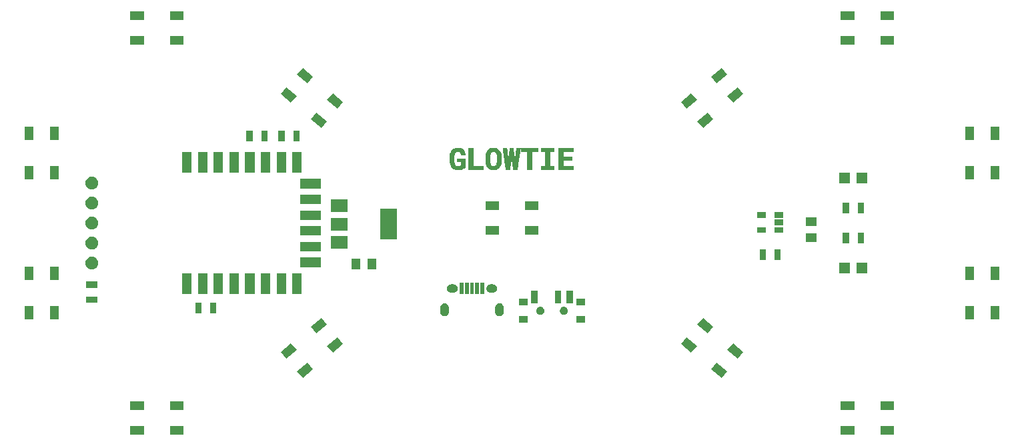
<source format=gts>
G04 #@! TF.GenerationSoftware,KiCad,Pcbnew,(5.0.2-5-10.14)*
G04 #@! TF.CreationDate,2019-03-11T19:31:18-04:00*
G04 #@! TF.ProjectId,glowtie,676c6f77-7469-4652-9e6b-696361645f70,rev?*
G04 #@! TF.SameCoordinates,Original*
G04 #@! TF.FileFunction,Soldermask,Top*
G04 #@! TF.FilePolarity,Negative*
%FSLAX46Y46*%
G04 Gerber Fmt 4.6, Leading zero omitted, Abs format (unit mm)*
G04 Created by KiCad (PCBNEW (5.0.2-5-10.14)) date Monday, March 11, 2019 at 07:31:18 PM*
%MOMM*%
%LPD*%
G01*
G04 APERTURE LIST*
%ADD10C,0.010000*%
%ADD11C,0.100000*%
G04 APERTURE END LIST*
D10*
G04 #@! TO.C,G\002A\002A\002A*
G36*
X83930066Y-32173333D02*
X82634666Y-32173333D01*
X82634666Y-32850667D01*
X83743800Y-32850667D01*
X83743800Y-33274000D01*
X82634666Y-33274000D01*
X82634666Y-34027534D01*
X83930066Y-34027534D01*
X83930066Y-34459334D01*
X82101266Y-34459334D01*
X82101266Y-31741533D01*
X83930066Y-31741533D01*
X83930066Y-32173333D01*
X83930066Y-32173333D01*
G37*
X83930066Y-32173333D02*
X82634666Y-32173333D01*
X82634666Y-32850667D01*
X83743800Y-32850667D01*
X83743800Y-33274000D01*
X82634666Y-33274000D01*
X82634666Y-34027534D01*
X83930066Y-34027534D01*
X83930066Y-34459334D01*
X82101266Y-34459334D01*
X82101266Y-31741533D01*
X83930066Y-31741533D01*
X83930066Y-32173333D01*
G36*
X81474733Y-32173333D02*
X80949800Y-32173333D01*
X80949800Y-34027534D01*
X81474733Y-34027534D01*
X81474733Y-34459334D01*
X79899933Y-34459334D01*
X79899933Y-34027534D01*
X80416400Y-34027534D01*
X80416400Y-32173333D01*
X79899933Y-32173333D01*
X79899933Y-31741533D01*
X81474733Y-31741533D01*
X81474733Y-32173333D01*
X81474733Y-32173333D01*
G37*
X81474733Y-32173333D02*
X80949800Y-32173333D01*
X80949800Y-34027534D01*
X81474733Y-34027534D01*
X81474733Y-34459334D01*
X79899933Y-34459334D01*
X79899933Y-34027534D01*
X80416400Y-34027534D01*
X80416400Y-32173333D01*
X79899933Y-32173333D01*
X79899933Y-31741533D01*
X81474733Y-31741533D01*
X81474733Y-32173333D01*
G36*
X79493533Y-32173333D02*
X78663800Y-32173333D01*
X78663800Y-34459334D01*
X78130400Y-34459334D01*
X78130400Y-32173333D01*
X77300666Y-32173333D01*
X77300666Y-31741533D01*
X79493533Y-31741533D01*
X79493533Y-32173333D01*
X79493533Y-32173333D01*
G37*
X79493533Y-32173333D02*
X78663800Y-32173333D01*
X78663800Y-34459334D01*
X78130400Y-34459334D01*
X78130400Y-32173333D01*
X77300666Y-32173333D01*
X77300666Y-31741533D01*
X79493533Y-31741533D01*
X79493533Y-32173333D01*
G36*
X75334078Y-31741690D02*
X75392866Y-31742203D01*
X75437635Y-31743133D01*
X75469842Y-31744544D01*
X75490943Y-31746499D01*
X75502395Y-31749060D01*
X75505662Y-31752117D01*
X75506627Y-31763278D01*
X75509448Y-31789671D01*
X75513951Y-31829845D01*
X75519962Y-31882347D01*
X75527308Y-31945725D01*
X75535814Y-32018526D01*
X75545307Y-32099299D01*
X75555614Y-32186592D01*
X75566560Y-32278951D01*
X75577973Y-32374925D01*
X75589677Y-32473062D01*
X75601500Y-32571909D01*
X75613268Y-32670015D01*
X75624807Y-32765926D01*
X75635943Y-32858192D01*
X75646502Y-32945358D01*
X75656312Y-33025975D01*
X75665198Y-33098588D01*
X75672986Y-33161747D01*
X75679504Y-33213998D01*
X75684576Y-33253890D01*
X75688030Y-33279970D01*
X75689691Y-33290786D01*
X75689735Y-33290933D01*
X75691596Y-33284609D01*
X75695672Y-33262659D01*
X75701788Y-33226223D01*
X75709771Y-33176440D01*
X75719446Y-33114449D01*
X75730640Y-33041389D01*
X75743177Y-32958398D01*
X75756884Y-32866615D01*
X75771587Y-32767180D01*
X75787112Y-32661231D01*
X75803283Y-32549907D01*
X75806926Y-32524700D01*
X75823206Y-32411968D01*
X75838791Y-32304085D01*
X75853514Y-32202219D01*
X75867204Y-32107538D01*
X75879693Y-32021209D01*
X75890811Y-31944401D01*
X75900390Y-31878281D01*
X75908260Y-31824017D01*
X75914253Y-31782777D01*
X75918199Y-31755729D01*
X75919930Y-31744041D01*
X75919995Y-31743650D01*
X75928242Y-31743040D01*
X75951016Y-31742499D01*
X75985910Y-31742053D01*
X76030518Y-31741730D01*
X76082432Y-31741556D01*
X76110041Y-31741533D01*
X76299483Y-31741533D01*
X76303907Y-31764817D01*
X76305779Y-31776476D01*
X76309950Y-31803657D01*
X76316234Y-31845134D01*
X76324448Y-31899679D01*
X76334408Y-31966064D01*
X76345931Y-32043062D01*
X76358834Y-32129444D01*
X76372931Y-32223984D01*
X76388040Y-32325454D01*
X76403976Y-32432625D01*
X76420557Y-32544272D01*
X76420794Y-32545867D01*
X76437349Y-32657113D01*
X76453279Y-32763574D01*
X76468400Y-32864058D01*
X76482530Y-32957373D01*
X76495485Y-33042327D01*
X76507081Y-33117729D01*
X76517136Y-33182386D01*
X76525465Y-33235107D01*
X76531886Y-33274699D01*
X76536215Y-33299972D01*
X76538269Y-33309733D01*
X76538303Y-33309785D01*
X76540025Y-33302487D01*
X76543591Y-33279542D01*
X76548850Y-33242118D01*
X76555654Y-33191383D01*
X76563854Y-33128506D01*
X76573299Y-33054654D01*
X76583841Y-32970996D01*
X76595330Y-32878700D01*
X76607617Y-32778935D01*
X76620553Y-32672869D01*
X76633989Y-32561670D01*
X76635149Y-32552018D01*
X76648668Y-32439656D01*
X76661679Y-32331769D01*
X76674034Y-32229586D01*
X76685581Y-32134336D01*
X76696171Y-32047249D01*
X76705654Y-31969553D01*
X76713879Y-31902477D01*
X76720697Y-31847251D01*
X76725958Y-31805104D01*
X76729511Y-31777265D01*
X76731207Y-31764963D01*
X76731233Y-31764817D01*
X76735516Y-31741533D01*
X77222855Y-31741533D01*
X77218575Y-31773283D01*
X77216948Y-31785113D01*
X77213121Y-31812793D01*
X77207222Y-31855401D01*
X77199380Y-31912016D01*
X77189722Y-31981716D01*
X77178375Y-32063579D01*
X77165468Y-32156682D01*
X77151128Y-32260104D01*
X77135484Y-32372923D01*
X77118662Y-32494217D01*
X77100792Y-32623063D01*
X77082000Y-32758540D01*
X77062415Y-32899726D01*
X77042164Y-33045699D01*
X77030459Y-33130067D01*
X76846624Y-34455100D01*
X76365092Y-34459586D01*
X76243682Y-33699577D01*
X76225806Y-33587808D01*
X76208603Y-33480492D01*
X76192270Y-33378852D01*
X76177005Y-33284109D01*
X76163007Y-33197486D01*
X76150475Y-33120205D01*
X76139605Y-33053486D01*
X76130596Y-32998554D01*
X76123647Y-32956629D01*
X76118956Y-32928934D01*
X76116721Y-32916691D01*
X76116685Y-32916540D01*
X76114408Y-32920424D01*
X76109767Y-32940647D01*
X76102835Y-32976791D01*
X76093680Y-33028439D01*
X76082372Y-33095171D01*
X76068982Y-33176570D01*
X76053578Y-33272217D01*
X76036231Y-33381694D01*
X76017011Y-33504582D01*
X75997947Y-33627740D01*
X75980892Y-33738341D01*
X75964427Y-33844990D01*
X75948754Y-33946382D01*
X75934076Y-34041214D01*
X75920595Y-34128180D01*
X75908514Y-34205978D01*
X75898035Y-34273302D01*
X75889361Y-34328850D01*
X75882693Y-34371316D01*
X75878236Y-34399397D01*
X75876393Y-34410650D01*
X75867990Y-34459334D01*
X75627595Y-34459334D01*
X75565764Y-34459168D01*
X75509823Y-34458700D01*
X75461900Y-34457972D01*
X75424121Y-34457030D01*
X75398614Y-34455915D01*
X75387507Y-34454671D01*
X75387200Y-34454423D01*
X75386070Y-34445435D01*
X75382780Y-34420759D01*
X75377480Y-34381484D01*
X75370319Y-34328695D01*
X75361445Y-34263480D01*
X75351008Y-34186928D01*
X75339158Y-34100125D01*
X75326043Y-34004158D01*
X75311813Y-33900116D01*
X75296617Y-33789085D01*
X75280604Y-33672152D01*
X75263924Y-33550407D01*
X75246725Y-33424934D01*
X75229157Y-33296823D01*
X75211370Y-33167161D01*
X75193511Y-33037034D01*
X75175731Y-32907531D01*
X75158179Y-32779738D01*
X75141004Y-32654743D01*
X75124355Y-32533634D01*
X75108382Y-32417498D01*
X75093233Y-32307423D01*
X75079058Y-32204495D01*
X75066006Y-32109802D01*
X75054227Y-32024431D01*
X75043869Y-31949471D01*
X75035082Y-31886008D01*
X75028016Y-31835129D01*
X75022818Y-31797923D01*
X75019639Y-31775476D01*
X75018681Y-31769050D01*
X75013899Y-31741533D01*
X75259816Y-31741533D01*
X75334078Y-31741690D01*
X75334078Y-31741690D01*
G37*
X75334078Y-31741690D02*
X75392866Y-31742203D01*
X75437635Y-31743133D01*
X75469842Y-31744544D01*
X75490943Y-31746499D01*
X75502395Y-31749060D01*
X75505662Y-31752117D01*
X75506627Y-31763278D01*
X75509448Y-31789671D01*
X75513951Y-31829845D01*
X75519962Y-31882347D01*
X75527308Y-31945725D01*
X75535814Y-32018526D01*
X75545307Y-32099299D01*
X75555614Y-32186592D01*
X75566560Y-32278951D01*
X75577973Y-32374925D01*
X75589677Y-32473062D01*
X75601500Y-32571909D01*
X75613268Y-32670015D01*
X75624807Y-32765926D01*
X75635943Y-32858192D01*
X75646502Y-32945358D01*
X75656312Y-33025975D01*
X75665198Y-33098588D01*
X75672986Y-33161747D01*
X75679504Y-33213998D01*
X75684576Y-33253890D01*
X75688030Y-33279970D01*
X75689691Y-33290786D01*
X75689735Y-33290933D01*
X75691596Y-33284609D01*
X75695672Y-33262659D01*
X75701788Y-33226223D01*
X75709771Y-33176440D01*
X75719446Y-33114449D01*
X75730640Y-33041389D01*
X75743177Y-32958398D01*
X75756884Y-32866615D01*
X75771587Y-32767180D01*
X75787112Y-32661231D01*
X75803283Y-32549907D01*
X75806926Y-32524700D01*
X75823206Y-32411968D01*
X75838791Y-32304085D01*
X75853514Y-32202219D01*
X75867204Y-32107538D01*
X75879693Y-32021209D01*
X75890811Y-31944401D01*
X75900390Y-31878281D01*
X75908260Y-31824017D01*
X75914253Y-31782777D01*
X75918199Y-31755729D01*
X75919930Y-31744041D01*
X75919995Y-31743650D01*
X75928242Y-31743040D01*
X75951016Y-31742499D01*
X75985910Y-31742053D01*
X76030518Y-31741730D01*
X76082432Y-31741556D01*
X76110041Y-31741533D01*
X76299483Y-31741533D01*
X76303907Y-31764817D01*
X76305779Y-31776476D01*
X76309950Y-31803657D01*
X76316234Y-31845134D01*
X76324448Y-31899679D01*
X76334408Y-31966064D01*
X76345931Y-32043062D01*
X76358834Y-32129444D01*
X76372931Y-32223984D01*
X76388040Y-32325454D01*
X76403976Y-32432625D01*
X76420557Y-32544272D01*
X76420794Y-32545867D01*
X76437349Y-32657113D01*
X76453279Y-32763574D01*
X76468400Y-32864058D01*
X76482530Y-32957373D01*
X76495485Y-33042327D01*
X76507081Y-33117729D01*
X76517136Y-33182386D01*
X76525465Y-33235107D01*
X76531886Y-33274699D01*
X76536215Y-33299972D01*
X76538269Y-33309733D01*
X76538303Y-33309785D01*
X76540025Y-33302487D01*
X76543591Y-33279542D01*
X76548850Y-33242118D01*
X76555654Y-33191383D01*
X76563854Y-33128506D01*
X76573299Y-33054654D01*
X76583841Y-32970996D01*
X76595330Y-32878700D01*
X76607617Y-32778935D01*
X76620553Y-32672869D01*
X76633989Y-32561670D01*
X76635149Y-32552018D01*
X76648668Y-32439656D01*
X76661679Y-32331769D01*
X76674034Y-32229586D01*
X76685581Y-32134336D01*
X76696171Y-32047249D01*
X76705654Y-31969553D01*
X76713879Y-31902477D01*
X76720697Y-31847251D01*
X76725958Y-31805104D01*
X76729511Y-31777265D01*
X76731207Y-31764963D01*
X76731233Y-31764817D01*
X76735516Y-31741533D01*
X77222855Y-31741533D01*
X77218575Y-31773283D01*
X77216948Y-31785113D01*
X77213121Y-31812793D01*
X77207222Y-31855401D01*
X77199380Y-31912016D01*
X77189722Y-31981716D01*
X77178375Y-32063579D01*
X77165468Y-32156682D01*
X77151128Y-32260104D01*
X77135484Y-32372923D01*
X77118662Y-32494217D01*
X77100792Y-32623063D01*
X77082000Y-32758540D01*
X77062415Y-32899726D01*
X77042164Y-33045699D01*
X77030459Y-33130067D01*
X76846624Y-34455100D01*
X76365092Y-34459586D01*
X76243682Y-33699577D01*
X76225806Y-33587808D01*
X76208603Y-33480492D01*
X76192270Y-33378852D01*
X76177005Y-33284109D01*
X76163007Y-33197486D01*
X76150475Y-33120205D01*
X76139605Y-33053486D01*
X76130596Y-32998554D01*
X76123647Y-32956629D01*
X76118956Y-32928934D01*
X76116721Y-32916691D01*
X76116685Y-32916540D01*
X76114408Y-32920424D01*
X76109767Y-32940647D01*
X76102835Y-32976791D01*
X76093680Y-33028439D01*
X76082372Y-33095171D01*
X76068982Y-33176570D01*
X76053578Y-33272217D01*
X76036231Y-33381694D01*
X76017011Y-33504582D01*
X75997947Y-33627740D01*
X75980892Y-33738341D01*
X75964427Y-33844990D01*
X75948754Y-33946382D01*
X75934076Y-34041214D01*
X75920595Y-34128180D01*
X75908514Y-34205978D01*
X75898035Y-34273302D01*
X75889361Y-34328850D01*
X75882693Y-34371316D01*
X75878236Y-34399397D01*
X75876393Y-34410650D01*
X75867990Y-34459334D01*
X75627595Y-34459334D01*
X75565764Y-34459168D01*
X75509823Y-34458700D01*
X75461900Y-34457972D01*
X75424121Y-34457030D01*
X75398614Y-34455915D01*
X75387507Y-34454671D01*
X75387200Y-34454423D01*
X75386070Y-34445435D01*
X75382780Y-34420759D01*
X75377480Y-34381484D01*
X75370319Y-34328695D01*
X75361445Y-34263480D01*
X75351008Y-34186928D01*
X75339158Y-34100125D01*
X75326043Y-34004158D01*
X75311813Y-33900116D01*
X75296617Y-33789085D01*
X75280604Y-33672152D01*
X75263924Y-33550407D01*
X75246725Y-33424934D01*
X75229157Y-33296823D01*
X75211370Y-33167161D01*
X75193511Y-33037034D01*
X75175731Y-32907531D01*
X75158179Y-32779738D01*
X75141004Y-32654743D01*
X75124355Y-32533634D01*
X75108382Y-32417498D01*
X75093233Y-32307423D01*
X75079058Y-32204495D01*
X75066006Y-32109802D01*
X75054227Y-32024431D01*
X75043869Y-31949471D01*
X75035082Y-31886008D01*
X75028016Y-31835129D01*
X75022818Y-31797923D01*
X75019639Y-31775476D01*
X75018681Y-31769050D01*
X75013899Y-31741533D01*
X75259816Y-31741533D01*
X75334078Y-31741690D01*
G36*
X71204666Y-34027534D02*
X72474666Y-34027534D01*
X72474666Y-34459334D01*
X70671266Y-34459334D01*
X70671266Y-31741533D01*
X71204666Y-31741533D01*
X71204666Y-34027534D01*
X71204666Y-34027534D01*
G37*
X71204666Y-34027534D02*
X72474666Y-34027534D01*
X72474666Y-34459334D01*
X70671266Y-34459334D01*
X70671266Y-31741533D01*
X71204666Y-31741533D01*
X71204666Y-34027534D01*
G36*
X73816633Y-31712420D02*
X73877575Y-31712741D01*
X73924869Y-31713494D01*
X73961800Y-31714966D01*
X73991654Y-31717443D01*
X74017715Y-31721212D01*
X74043269Y-31726560D01*
X74071599Y-31733774D01*
X74076609Y-31735120D01*
X74196739Y-31775881D01*
X74307497Y-31830622D01*
X74408575Y-31899021D01*
X74499666Y-31980753D01*
X74580461Y-32075496D01*
X74650652Y-32182928D01*
X74709931Y-32302724D01*
X74757991Y-32434561D01*
X74764682Y-32456967D01*
X74775709Y-32495556D01*
X74785022Y-32530228D01*
X74792767Y-32562815D01*
X74799087Y-32595151D01*
X74804127Y-32629070D01*
X74808031Y-32666407D01*
X74810944Y-32708993D01*
X74813010Y-32758663D01*
X74814373Y-32817252D01*
X74815179Y-32886591D01*
X74815571Y-32968516D01*
X74815693Y-33064859D01*
X74815699Y-33104667D01*
X74815672Y-33200245D01*
X74815547Y-33280616D01*
X74815259Y-33347505D01*
X74814743Y-33402638D01*
X74813935Y-33447741D01*
X74812770Y-33484540D01*
X74811182Y-33514761D01*
X74809108Y-33540130D01*
X74806483Y-33562371D01*
X74803241Y-33583212D01*
X74799318Y-33604378D01*
X74796385Y-33619063D01*
X74760145Y-33763854D01*
X74712666Y-33896211D01*
X74654009Y-34016045D01*
X74584238Y-34123268D01*
X74503412Y-34217789D01*
X74411595Y-34299521D01*
X74308847Y-34368374D01*
X74256899Y-34396210D01*
X74190219Y-34427252D01*
X74128615Y-34450802D01*
X74067769Y-34467835D01*
X74003359Y-34479324D01*
X73931065Y-34486241D01*
X73846568Y-34489559D01*
X73842033Y-34489646D01*
X73757921Y-34490064D01*
X73690077Y-34487891D01*
X73638029Y-34483109D01*
X73624620Y-34481022D01*
X73506673Y-34451994D01*
X73396124Y-34408050D01*
X73293600Y-34349795D01*
X73199728Y-34277834D01*
X73115136Y-34192772D01*
X73040452Y-34095215D01*
X72976304Y-33985767D01*
X72923320Y-33865033D01*
X72893954Y-33776684D01*
X72880603Y-33729728D01*
X72869475Y-33686714D01*
X72860342Y-33645422D01*
X72852979Y-33603632D01*
X72847158Y-33559124D01*
X72842653Y-33509678D01*
X72839238Y-33453075D01*
X72836686Y-33387095D01*
X72834769Y-33309517D01*
X72833263Y-33218122D01*
X72832719Y-33176807D01*
X72832021Y-33100433D01*
X73372133Y-33100433D01*
X73372389Y-33207029D01*
X73373246Y-33298584D01*
X73374837Y-33376984D01*
X73377295Y-33444115D01*
X73380754Y-33501863D01*
X73385347Y-33552115D01*
X73391207Y-33596756D01*
X73398467Y-33637672D01*
X73407260Y-33676749D01*
X73414891Y-33705800D01*
X73446386Y-33796357D01*
X73487030Y-33874463D01*
X73536193Y-33939462D01*
X73593245Y-33990701D01*
X73657557Y-34027526D01*
X73728499Y-34049284D01*
X73748646Y-34052482D01*
X73816445Y-34056038D01*
X73885848Y-34050661D01*
X73926558Y-34042763D01*
X73996796Y-34016530D01*
X74060181Y-33975084D01*
X74116465Y-33918805D01*
X74165395Y-33848073D01*
X74206721Y-33763270D01*
X74240193Y-33664776D01*
X74265560Y-33552970D01*
X74271145Y-33519534D01*
X74274325Y-33492226D01*
X74276920Y-33454492D01*
X74278959Y-33405219D01*
X74280468Y-33343298D01*
X74281478Y-33267614D01*
X74282016Y-33177058D01*
X74282123Y-33087733D01*
X74281917Y-32988309D01*
X74281296Y-32903845D01*
X74280097Y-32832371D01*
X74278157Y-32771915D01*
X74275313Y-32720508D01*
X74271402Y-32676177D01*
X74266261Y-32636953D01*
X74259727Y-32600864D01*
X74251637Y-32565940D01*
X74241828Y-32530209D01*
X74233812Y-32503533D01*
X74199674Y-32413914D01*
X74156361Y-32335664D01*
X74104780Y-32269883D01*
X74045840Y-32217670D01*
X73980448Y-32180124D01*
X73960136Y-32172039D01*
X73909401Y-32158762D01*
X73850075Y-32150942D01*
X73789421Y-32149056D01*
X73734701Y-32153579D01*
X73720349Y-32156296D01*
X73647568Y-32180848D01*
X73582666Y-32220171D01*
X73526006Y-32273861D01*
X73477953Y-32341515D01*
X73438869Y-32422730D01*
X73414891Y-32495067D01*
X73404868Y-32534000D01*
X73396478Y-32573367D01*
X73389587Y-32615053D01*
X73384063Y-32660943D01*
X73379771Y-32712925D01*
X73376580Y-32772884D01*
X73374355Y-32842706D01*
X73372963Y-32924278D01*
X73372272Y-33019484D01*
X73372133Y-33100433D01*
X72832021Y-33100433D01*
X72831621Y-33056718D01*
X72831543Y-32953471D01*
X72832486Y-32867007D01*
X72834449Y-32797263D01*
X72837435Y-32744181D01*
X72838439Y-32732460D01*
X72859129Y-32581054D01*
X72891565Y-32440045D01*
X72935429Y-32309874D01*
X72990402Y-32190982D01*
X73056163Y-32083810D01*
X73132394Y-31988800D01*
X73218775Y-31906392D01*
X73314988Y-31837028D01*
X73420713Y-31781149D01*
X73535631Y-31739195D01*
X73562633Y-31731743D01*
X73590220Y-31724950D01*
X73615590Y-31719912D01*
X73641980Y-31716383D01*
X73672626Y-31714117D01*
X73710763Y-31712869D01*
X73759627Y-31712391D01*
X73816633Y-31712420D01*
X73816633Y-31712420D01*
G37*
X73816633Y-31712420D02*
X73877575Y-31712741D01*
X73924869Y-31713494D01*
X73961800Y-31714966D01*
X73991654Y-31717443D01*
X74017715Y-31721212D01*
X74043269Y-31726560D01*
X74071599Y-31733774D01*
X74076609Y-31735120D01*
X74196739Y-31775881D01*
X74307497Y-31830622D01*
X74408575Y-31899021D01*
X74499666Y-31980753D01*
X74580461Y-32075496D01*
X74650652Y-32182928D01*
X74709931Y-32302724D01*
X74757991Y-32434561D01*
X74764682Y-32456967D01*
X74775709Y-32495556D01*
X74785022Y-32530228D01*
X74792767Y-32562815D01*
X74799087Y-32595151D01*
X74804127Y-32629070D01*
X74808031Y-32666407D01*
X74810944Y-32708993D01*
X74813010Y-32758663D01*
X74814373Y-32817252D01*
X74815179Y-32886591D01*
X74815571Y-32968516D01*
X74815693Y-33064859D01*
X74815699Y-33104667D01*
X74815672Y-33200245D01*
X74815547Y-33280616D01*
X74815259Y-33347505D01*
X74814743Y-33402638D01*
X74813935Y-33447741D01*
X74812770Y-33484540D01*
X74811182Y-33514761D01*
X74809108Y-33540130D01*
X74806483Y-33562371D01*
X74803241Y-33583212D01*
X74799318Y-33604378D01*
X74796385Y-33619063D01*
X74760145Y-33763854D01*
X74712666Y-33896211D01*
X74654009Y-34016045D01*
X74584238Y-34123268D01*
X74503412Y-34217789D01*
X74411595Y-34299521D01*
X74308847Y-34368374D01*
X74256899Y-34396210D01*
X74190219Y-34427252D01*
X74128615Y-34450802D01*
X74067769Y-34467835D01*
X74003359Y-34479324D01*
X73931065Y-34486241D01*
X73846568Y-34489559D01*
X73842033Y-34489646D01*
X73757921Y-34490064D01*
X73690077Y-34487891D01*
X73638029Y-34483109D01*
X73624620Y-34481022D01*
X73506673Y-34451994D01*
X73396124Y-34408050D01*
X73293600Y-34349795D01*
X73199728Y-34277834D01*
X73115136Y-34192772D01*
X73040452Y-34095215D01*
X72976304Y-33985767D01*
X72923320Y-33865033D01*
X72893954Y-33776684D01*
X72880603Y-33729728D01*
X72869475Y-33686714D01*
X72860342Y-33645422D01*
X72852979Y-33603632D01*
X72847158Y-33559124D01*
X72842653Y-33509678D01*
X72839238Y-33453075D01*
X72836686Y-33387095D01*
X72834769Y-33309517D01*
X72833263Y-33218122D01*
X72832719Y-33176807D01*
X72832021Y-33100433D01*
X73372133Y-33100433D01*
X73372389Y-33207029D01*
X73373246Y-33298584D01*
X73374837Y-33376984D01*
X73377295Y-33444115D01*
X73380754Y-33501863D01*
X73385347Y-33552115D01*
X73391207Y-33596756D01*
X73398467Y-33637672D01*
X73407260Y-33676749D01*
X73414891Y-33705800D01*
X73446386Y-33796357D01*
X73487030Y-33874463D01*
X73536193Y-33939462D01*
X73593245Y-33990701D01*
X73657557Y-34027526D01*
X73728499Y-34049284D01*
X73748646Y-34052482D01*
X73816445Y-34056038D01*
X73885848Y-34050661D01*
X73926558Y-34042763D01*
X73996796Y-34016530D01*
X74060181Y-33975084D01*
X74116465Y-33918805D01*
X74165395Y-33848073D01*
X74206721Y-33763270D01*
X74240193Y-33664776D01*
X74265560Y-33552970D01*
X74271145Y-33519534D01*
X74274325Y-33492226D01*
X74276920Y-33454492D01*
X74278959Y-33405219D01*
X74280468Y-33343298D01*
X74281478Y-33267614D01*
X74282016Y-33177058D01*
X74282123Y-33087733D01*
X74281917Y-32988309D01*
X74281296Y-32903845D01*
X74280097Y-32832371D01*
X74278157Y-32771915D01*
X74275313Y-32720508D01*
X74271402Y-32676177D01*
X74266261Y-32636953D01*
X74259727Y-32600864D01*
X74251637Y-32565940D01*
X74241828Y-32530209D01*
X74233812Y-32503533D01*
X74199674Y-32413914D01*
X74156361Y-32335664D01*
X74104780Y-32269883D01*
X74045840Y-32217670D01*
X73980448Y-32180124D01*
X73960136Y-32172039D01*
X73909401Y-32158762D01*
X73850075Y-32150942D01*
X73789421Y-32149056D01*
X73734701Y-32153579D01*
X73720349Y-32156296D01*
X73647568Y-32180848D01*
X73582666Y-32220171D01*
X73526006Y-32273861D01*
X73477953Y-32341515D01*
X73438869Y-32422730D01*
X73414891Y-32495067D01*
X73404868Y-32534000D01*
X73396478Y-32573367D01*
X73389587Y-32615053D01*
X73384063Y-32660943D01*
X73379771Y-32712925D01*
X73376580Y-32772884D01*
X73374355Y-32842706D01*
X73372963Y-32924278D01*
X73372272Y-33019484D01*
X73372133Y-33100433D01*
X72832021Y-33100433D01*
X72831621Y-33056718D01*
X72831543Y-32953471D01*
X72832486Y-32867007D01*
X72834449Y-32797263D01*
X72837435Y-32744181D01*
X72838439Y-32732460D01*
X72859129Y-32581054D01*
X72891565Y-32440045D01*
X72935429Y-32309874D01*
X72990402Y-32190982D01*
X73056163Y-32083810D01*
X73132394Y-31988800D01*
X73218775Y-31906392D01*
X73314988Y-31837028D01*
X73420713Y-31781149D01*
X73535631Y-31739195D01*
X73562633Y-31731743D01*
X73590220Y-31724950D01*
X73615590Y-31719912D01*
X73641980Y-31716383D01*
X73672626Y-31714117D01*
X73710763Y-31712869D01*
X73759627Y-31712391D01*
X73816633Y-31712420D01*
G36*
X69398034Y-31711733D02*
X69507340Y-31724373D01*
X69607903Y-31746247D01*
X69702837Y-31778016D01*
X69786500Y-31815849D01*
X69832085Y-31840016D01*
X69868861Y-31862560D01*
X69902153Y-31887344D01*
X69937288Y-31918233D01*
X69967357Y-31947048D01*
X70036905Y-32026069D01*
X70095726Y-32116674D01*
X70144050Y-32219385D01*
X70182109Y-32334724D01*
X70210133Y-32463214D01*
X70218011Y-32514240D01*
X70223607Y-32554580D01*
X69703629Y-32550100D01*
X69689014Y-32478133D01*
X69664790Y-32389462D01*
X69630779Y-32314569D01*
X69586702Y-32253224D01*
X69532281Y-32205195D01*
X69467237Y-32170249D01*
X69391291Y-32148155D01*
X69304166Y-32138680D01*
X69280939Y-32138257D01*
X69209408Y-32143365D01*
X69146454Y-32159991D01*
X69088740Y-32189614D01*
X69032928Y-32233715D01*
X69006124Y-32260158D01*
X68961419Y-32313026D01*
X68923748Y-32371916D01*
X68890985Y-32440611D01*
X68864584Y-32512000D01*
X68851431Y-32553152D01*
X68840427Y-32592145D01*
X68831411Y-32630915D01*
X68824219Y-32671397D01*
X68818691Y-32715527D01*
X68814664Y-32765240D01*
X68811975Y-32822471D01*
X68810463Y-32889155D01*
X68809965Y-32967227D01*
X68810319Y-33058623D01*
X68811183Y-33149417D01*
X68812332Y-33243525D01*
X68813598Y-33322694D01*
X68815147Y-33388918D01*
X68817144Y-33444191D01*
X68819752Y-33490509D01*
X68823138Y-33529865D01*
X68827467Y-33564254D01*
X68832902Y-33595670D01*
X68839610Y-33626107D01*
X68847755Y-33657560D01*
X68855487Y-33685038D01*
X68890091Y-33781706D01*
X68934216Y-33864556D01*
X68987614Y-33933414D01*
X69050040Y-33988109D01*
X69121249Y-34028467D01*
X69200995Y-34054315D01*
X69289031Y-34065481D01*
X69385111Y-34061792D01*
X69390569Y-34061161D01*
X69465144Y-34049127D01*
X69533955Y-34031955D01*
X69594056Y-34010651D01*
X69642500Y-33986219D01*
X69670083Y-33965836D01*
X69675636Y-33960372D01*
X69679989Y-33954030D01*
X69683289Y-33944839D01*
X69685680Y-33930825D01*
X69687310Y-33910017D01*
X69688324Y-33880442D01*
X69688869Y-33840128D01*
X69689090Y-33787103D01*
X69689133Y-33719395D01*
X69689133Y-33468734D01*
X69240400Y-33468734D01*
X69240400Y-33062333D01*
X70222533Y-33062333D01*
X70222533Y-34146067D01*
X70189606Y-34178994D01*
X70105136Y-34252165D01*
X70006743Y-34317032D01*
X69895586Y-34372987D01*
X69772822Y-34419427D01*
X69677501Y-34446729D01*
X69627640Y-34458449D01*
X69575251Y-34469429D01*
X69526733Y-34478400D01*
X69490166Y-34483893D01*
X69439123Y-34488423D01*
X69378464Y-34491165D01*
X69312591Y-34492165D01*
X69245910Y-34491470D01*
X69182823Y-34489127D01*
X69127736Y-34485181D01*
X69085053Y-34479681D01*
X69084588Y-34479597D01*
X68960198Y-34449215D01*
X68845163Y-34404849D01*
X68739737Y-34346794D01*
X68644172Y-34275346D01*
X68558719Y-34190798D01*
X68483631Y-34093446D01*
X68419161Y-33983583D01*
X68365560Y-33861506D01*
X68323082Y-33727508D01*
X68291978Y-33581884D01*
X68286563Y-33547481D01*
X68281806Y-33504605D01*
X68277862Y-33447725D01*
X68274731Y-33379488D01*
X68272413Y-33302540D01*
X68270908Y-33219529D01*
X68270216Y-33133099D01*
X68270339Y-33045898D01*
X68271275Y-32960572D01*
X68273026Y-32879768D01*
X68275590Y-32806131D01*
X68278970Y-32742309D01*
X68283164Y-32690947D01*
X68286495Y-32664400D01*
X68316429Y-32514210D01*
X68357874Y-32375501D01*
X68410662Y-32248568D01*
X68474622Y-32133711D01*
X68549588Y-32031226D01*
X68635390Y-31941411D01*
X68731859Y-31864563D01*
X68744823Y-31855775D01*
X68836606Y-31801747D01*
X68931122Y-31760673D01*
X69031023Y-31731813D01*
X69138960Y-31714429D01*
X69257587Y-31707783D01*
X69276871Y-31707667D01*
X69398034Y-31711733D01*
X69398034Y-31711733D01*
G37*
X69398034Y-31711733D02*
X69507340Y-31724373D01*
X69607903Y-31746247D01*
X69702837Y-31778016D01*
X69786500Y-31815849D01*
X69832085Y-31840016D01*
X69868861Y-31862560D01*
X69902153Y-31887344D01*
X69937288Y-31918233D01*
X69967357Y-31947048D01*
X70036905Y-32026069D01*
X70095726Y-32116674D01*
X70144050Y-32219385D01*
X70182109Y-32334724D01*
X70210133Y-32463214D01*
X70218011Y-32514240D01*
X70223607Y-32554580D01*
X69703629Y-32550100D01*
X69689014Y-32478133D01*
X69664790Y-32389462D01*
X69630779Y-32314569D01*
X69586702Y-32253224D01*
X69532281Y-32205195D01*
X69467237Y-32170249D01*
X69391291Y-32148155D01*
X69304166Y-32138680D01*
X69280939Y-32138257D01*
X69209408Y-32143365D01*
X69146454Y-32159991D01*
X69088740Y-32189614D01*
X69032928Y-32233715D01*
X69006124Y-32260158D01*
X68961419Y-32313026D01*
X68923748Y-32371916D01*
X68890985Y-32440611D01*
X68864584Y-32512000D01*
X68851431Y-32553152D01*
X68840427Y-32592145D01*
X68831411Y-32630915D01*
X68824219Y-32671397D01*
X68818691Y-32715527D01*
X68814664Y-32765240D01*
X68811975Y-32822471D01*
X68810463Y-32889155D01*
X68809965Y-32967227D01*
X68810319Y-33058623D01*
X68811183Y-33149417D01*
X68812332Y-33243525D01*
X68813598Y-33322694D01*
X68815147Y-33388918D01*
X68817144Y-33444191D01*
X68819752Y-33490509D01*
X68823138Y-33529865D01*
X68827467Y-33564254D01*
X68832902Y-33595670D01*
X68839610Y-33626107D01*
X68847755Y-33657560D01*
X68855487Y-33685038D01*
X68890091Y-33781706D01*
X68934216Y-33864556D01*
X68987614Y-33933414D01*
X69050040Y-33988109D01*
X69121249Y-34028467D01*
X69200995Y-34054315D01*
X69289031Y-34065481D01*
X69385111Y-34061792D01*
X69390569Y-34061161D01*
X69465144Y-34049127D01*
X69533955Y-34031955D01*
X69594056Y-34010651D01*
X69642500Y-33986219D01*
X69670083Y-33965836D01*
X69675636Y-33960372D01*
X69679989Y-33954030D01*
X69683289Y-33944839D01*
X69685680Y-33930825D01*
X69687310Y-33910017D01*
X69688324Y-33880442D01*
X69688869Y-33840128D01*
X69689090Y-33787103D01*
X69689133Y-33719395D01*
X69689133Y-33468734D01*
X69240400Y-33468734D01*
X69240400Y-33062333D01*
X70222533Y-33062333D01*
X70222533Y-34146067D01*
X70189606Y-34178994D01*
X70105136Y-34252165D01*
X70006743Y-34317032D01*
X69895586Y-34372987D01*
X69772822Y-34419427D01*
X69677501Y-34446729D01*
X69627640Y-34458449D01*
X69575251Y-34469429D01*
X69526733Y-34478400D01*
X69490166Y-34483893D01*
X69439123Y-34488423D01*
X69378464Y-34491165D01*
X69312591Y-34492165D01*
X69245910Y-34491470D01*
X69182823Y-34489127D01*
X69127736Y-34485181D01*
X69085053Y-34479681D01*
X69084588Y-34479597D01*
X68960198Y-34449215D01*
X68845163Y-34404849D01*
X68739737Y-34346794D01*
X68644172Y-34275346D01*
X68558719Y-34190798D01*
X68483631Y-34093446D01*
X68419161Y-33983583D01*
X68365560Y-33861506D01*
X68323082Y-33727508D01*
X68291978Y-33581884D01*
X68286563Y-33547481D01*
X68281806Y-33504605D01*
X68277862Y-33447725D01*
X68274731Y-33379488D01*
X68272413Y-33302540D01*
X68270908Y-33219529D01*
X68270216Y-33133099D01*
X68270339Y-33045898D01*
X68271275Y-32960572D01*
X68273026Y-32879768D01*
X68275590Y-32806131D01*
X68278970Y-32742309D01*
X68283164Y-32690947D01*
X68286495Y-32664400D01*
X68316429Y-32514210D01*
X68357874Y-32375501D01*
X68410662Y-32248568D01*
X68474622Y-32133711D01*
X68549588Y-32031226D01*
X68635390Y-31941411D01*
X68731859Y-31864563D01*
X68744823Y-31855775D01*
X68836606Y-31801747D01*
X68931122Y-31760673D01*
X69031023Y-31731813D01*
X69138960Y-31714429D01*
X69257587Y-31707783D01*
X69276871Y-31707667D01*
X69398034Y-31711733D01*
D11*
G36*
X124635000Y-68190000D02*
X122935000Y-68190000D01*
X122935000Y-67090000D01*
X124635000Y-67090000D01*
X124635000Y-68190000D01*
X124635000Y-68190000D01*
G37*
G36*
X119635000Y-68190000D02*
X117935000Y-68190000D01*
X117935000Y-67090000D01*
X119635000Y-67090000D01*
X119635000Y-68190000D01*
X119635000Y-68190000D01*
G37*
G36*
X34465000Y-68190000D02*
X32765000Y-68190000D01*
X32765000Y-67090000D01*
X34465000Y-67090000D01*
X34465000Y-68190000D01*
X34465000Y-68190000D01*
G37*
G36*
X29465000Y-68190000D02*
X27765000Y-68190000D01*
X27765000Y-67090000D01*
X29465000Y-67090000D01*
X29465000Y-68190000D01*
X29465000Y-68190000D01*
G37*
G36*
X124635000Y-64990000D02*
X122935000Y-64990000D01*
X122935000Y-63890000D01*
X124635000Y-63890000D01*
X124635000Y-64990000D01*
X124635000Y-64990000D01*
G37*
G36*
X119635000Y-64990000D02*
X117935000Y-64990000D01*
X117935000Y-63890000D01*
X119635000Y-63890000D01*
X119635000Y-64990000D01*
X119635000Y-64990000D01*
G37*
G36*
X34465000Y-64990000D02*
X32765000Y-64990000D01*
X32765000Y-63890000D01*
X34465000Y-63890000D01*
X34465000Y-64990000D01*
X34465000Y-64990000D01*
G37*
G36*
X29465000Y-64990000D02*
X27765000Y-64990000D01*
X27765000Y-63890000D01*
X29465000Y-63890000D01*
X29465000Y-64990000D01*
X29465000Y-64990000D01*
G37*
G36*
X50918021Y-59857595D02*
X49615745Y-60950335D01*
X48908677Y-60107685D01*
X50210953Y-59014945D01*
X50918021Y-59857595D01*
X50918021Y-59857595D01*
G37*
G36*
X103491323Y-60107685D02*
X102784255Y-60950335D01*
X101481979Y-59857595D01*
X102189047Y-59014945D01*
X103491323Y-60107685D01*
X103491323Y-60107685D01*
G37*
G36*
X48861101Y-57406253D02*
X47558825Y-58498993D01*
X46851757Y-57656343D01*
X48154033Y-56563603D01*
X48861101Y-57406253D01*
X48861101Y-57406253D01*
G37*
G36*
X105548243Y-57656343D02*
X104841175Y-58498993D01*
X103538899Y-57406253D01*
X104245967Y-56563603D01*
X105548243Y-57656343D01*
X105548243Y-57656343D01*
G37*
G36*
X54748243Y-56643657D02*
X53445967Y-57736397D01*
X52738899Y-56893747D01*
X54041175Y-55801007D01*
X54748243Y-56643657D01*
X54748243Y-56643657D01*
G37*
G36*
X99661101Y-56893747D02*
X98954033Y-57736397D01*
X97651757Y-56643657D01*
X98358825Y-55801007D01*
X99661101Y-56893747D01*
X99661101Y-56893747D01*
G37*
G36*
X101718021Y-54442405D02*
X101010953Y-55285055D01*
X99708677Y-54192315D01*
X100415745Y-53349665D01*
X101718021Y-54442405D01*
X101718021Y-54442405D01*
G37*
G36*
X52691323Y-54192315D02*
X51389047Y-55285055D01*
X50681979Y-54442405D01*
X51984255Y-53349665D01*
X52691323Y-54192315D01*
X52691323Y-54192315D01*
G37*
G36*
X78180000Y-53950000D02*
X77080000Y-53950000D01*
X77080000Y-53050000D01*
X78180000Y-53050000D01*
X78180000Y-53950000D01*
X78180000Y-53950000D01*
G37*
G36*
X85480000Y-53950000D02*
X84380000Y-53950000D01*
X84380000Y-53050000D01*
X85480000Y-53050000D01*
X85480000Y-53950000D01*
X85480000Y-53950000D01*
G37*
G36*
X15460000Y-53515000D02*
X14360000Y-53515000D01*
X14360000Y-51815000D01*
X15460000Y-51815000D01*
X15460000Y-53515000D01*
X15460000Y-53515000D01*
G37*
G36*
X18660000Y-53515000D02*
X17560000Y-53515000D01*
X17560000Y-51815000D01*
X18660000Y-51815000D01*
X18660000Y-53515000D01*
X18660000Y-53515000D01*
G37*
G36*
X138040000Y-53515000D02*
X136940000Y-53515000D01*
X136940000Y-51815000D01*
X138040000Y-51815000D01*
X138040000Y-53515000D01*
X138040000Y-53515000D01*
G37*
G36*
X134840000Y-53515000D02*
X133740000Y-53515000D01*
X133740000Y-51815000D01*
X134840000Y-51815000D01*
X134840000Y-53515000D01*
X134840000Y-53515000D01*
G37*
G36*
X74727818Y-51459958D02*
X74831493Y-51491407D01*
X74927042Y-51542479D01*
X75010791Y-51611210D01*
X75079521Y-51694957D01*
X75130593Y-51790506D01*
X75162042Y-51894181D01*
X75170000Y-51974980D01*
X75170000Y-52579020D01*
X75162042Y-52659819D01*
X75130593Y-52763494D01*
X75079521Y-52859043D01*
X75010791Y-52942791D01*
X74927043Y-53011521D01*
X74831494Y-53062593D01*
X74727819Y-53094042D01*
X74620000Y-53104661D01*
X74512182Y-53094042D01*
X74408507Y-53062593D01*
X74312958Y-53011521D01*
X74229210Y-52942791D01*
X74160480Y-52859043D01*
X74109407Y-52763494D01*
X74077958Y-52659819D01*
X74070000Y-52579020D01*
X74070000Y-51974981D01*
X74077958Y-51894182D01*
X74109407Y-51790507D01*
X74160479Y-51694958D01*
X74229210Y-51611209D01*
X74312957Y-51542479D01*
X74408506Y-51491407D01*
X74512181Y-51459958D01*
X74620000Y-51449339D01*
X74727818Y-51459958D01*
X74727818Y-51459958D01*
G37*
G36*
X67727818Y-51459958D02*
X67831493Y-51491407D01*
X67927042Y-51542479D01*
X68010791Y-51611210D01*
X68079521Y-51694957D01*
X68130593Y-51790506D01*
X68162042Y-51894181D01*
X68170000Y-51974980D01*
X68170000Y-52579020D01*
X68162042Y-52659819D01*
X68130593Y-52763494D01*
X68079521Y-52859043D01*
X68010791Y-52942791D01*
X67927043Y-53011521D01*
X67831494Y-53062593D01*
X67727819Y-53094042D01*
X67620000Y-53104661D01*
X67512182Y-53094042D01*
X67408507Y-53062593D01*
X67312958Y-53011521D01*
X67229210Y-52942791D01*
X67160480Y-52859043D01*
X67109407Y-52763494D01*
X67077958Y-52659819D01*
X67070000Y-52579020D01*
X67070000Y-51974981D01*
X67077958Y-51894182D01*
X67109407Y-51790507D01*
X67160479Y-51694958D01*
X67229210Y-51611209D01*
X67312957Y-51542479D01*
X67408506Y-51491407D01*
X67512181Y-51459958D01*
X67620000Y-51449339D01*
X67727818Y-51459958D01*
X67727818Y-51459958D01*
G37*
G36*
X79925843Y-51919214D02*
X79925846Y-51919215D01*
X79925845Y-51919215D01*
X80016839Y-51956906D01*
X80071311Y-51993303D01*
X80098733Y-52011626D01*
X80168374Y-52081267D01*
X80168375Y-52081269D01*
X80223094Y-52163161D01*
X80223094Y-52163162D01*
X80260786Y-52254157D01*
X80280000Y-52350753D01*
X80280000Y-52449247D01*
X80260786Y-52545843D01*
X80260785Y-52545845D01*
X80223094Y-52636839D01*
X80207739Y-52659819D01*
X80168374Y-52718733D01*
X80098733Y-52788374D01*
X80071311Y-52806697D01*
X80016839Y-52843094D01*
X79952495Y-52869746D01*
X79925843Y-52880786D01*
X79829247Y-52900000D01*
X79730753Y-52900000D01*
X79634157Y-52880786D01*
X79607505Y-52869746D01*
X79543161Y-52843094D01*
X79488689Y-52806697D01*
X79461267Y-52788374D01*
X79391626Y-52718733D01*
X79352261Y-52659819D01*
X79336906Y-52636839D01*
X79299215Y-52545845D01*
X79299214Y-52545843D01*
X79280000Y-52449247D01*
X79280000Y-52350753D01*
X79299214Y-52254157D01*
X79336906Y-52163162D01*
X79336906Y-52163161D01*
X79391625Y-52081269D01*
X79391626Y-52081267D01*
X79461267Y-52011626D01*
X79488689Y-51993303D01*
X79543161Y-51956906D01*
X79634155Y-51919215D01*
X79634154Y-51919215D01*
X79634157Y-51919214D01*
X79730753Y-51900000D01*
X79829247Y-51900000D01*
X79925843Y-51919214D01*
X79925843Y-51919214D01*
G37*
G36*
X82925843Y-51919214D02*
X82925846Y-51919215D01*
X82925845Y-51919215D01*
X83016839Y-51956906D01*
X83071311Y-51993303D01*
X83098733Y-52011626D01*
X83168374Y-52081267D01*
X83168375Y-52081269D01*
X83223094Y-52163161D01*
X83223094Y-52163162D01*
X83260786Y-52254157D01*
X83280000Y-52350753D01*
X83280000Y-52449247D01*
X83260786Y-52545843D01*
X83260785Y-52545845D01*
X83223094Y-52636839D01*
X83207739Y-52659819D01*
X83168374Y-52718733D01*
X83098733Y-52788374D01*
X83071311Y-52806697D01*
X83016839Y-52843094D01*
X82952495Y-52869746D01*
X82925843Y-52880786D01*
X82829247Y-52900000D01*
X82730753Y-52900000D01*
X82634157Y-52880786D01*
X82607505Y-52869746D01*
X82543161Y-52843094D01*
X82488689Y-52806697D01*
X82461267Y-52788374D01*
X82391626Y-52718733D01*
X82352261Y-52659819D01*
X82336906Y-52636839D01*
X82299215Y-52545845D01*
X82299214Y-52545843D01*
X82280000Y-52449247D01*
X82280000Y-52350753D01*
X82299214Y-52254157D01*
X82336906Y-52163162D01*
X82336906Y-52163161D01*
X82391625Y-52081269D01*
X82391626Y-52081267D01*
X82461267Y-52011626D01*
X82488689Y-51993303D01*
X82543161Y-51956906D01*
X82634155Y-51919215D01*
X82634154Y-51919215D01*
X82634157Y-51919214D01*
X82730753Y-51900000D01*
X82829247Y-51900000D01*
X82925843Y-51919214D01*
X82925843Y-51919214D01*
G37*
G36*
X38688000Y-52770000D02*
X37888000Y-52770000D01*
X37888000Y-51370000D01*
X38688000Y-51370000D01*
X38688000Y-52770000D01*
X38688000Y-52770000D01*
G37*
G36*
X36788000Y-52770000D02*
X35988000Y-52770000D01*
X35988000Y-51370000D01*
X36788000Y-51370000D01*
X36788000Y-52770000D01*
X36788000Y-52770000D01*
G37*
G36*
X85480000Y-51740000D02*
X84380000Y-51740000D01*
X84380000Y-50840000D01*
X85480000Y-50840000D01*
X85480000Y-51740000D01*
X85480000Y-51740000D01*
G37*
G36*
X78180000Y-51740000D02*
X77080000Y-51740000D01*
X77080000Y-50840000D01*
X78180000Y-50840000D01*
X78180000Y-51740000D01*
X78180000Y-51740000D01*
G37*
G36*
X83930000Y-51440000D02*
X83130000Y-51440000D01*
X83130000Y-49840000D01*
X83930000Y-49840000D01*
X83930000Y-51440000D01*
X83930000Y-51440000D01*
G37*
G36*
X82430000Y-51440000D02*
X81630000Y-51440000D01*
X81630000Y-49840000D01*
X82430000Y-49840000D01*
X82430000Y-51440000D01*
X82430000Y-51440000D01*
G37*
G36*
X79430000Y-51440000D02*
X78630000Y-51440000D01*
X78630000Y-49840000D01*
X79430000Y-49840000D01*
X79430000Y-51440000D01*
X79430000Y-51440000D01*
G37*
G36*
X23560000Y-51388000D02*
X22160000Y-51388000D01*
X22160000Y-50588000D01*
X23560000Y-50588000D01*
X23560000Y-51388000D01*
X23560000Y-51388000D01*
G37*
G36*
X72020000Y-50302000D02*
X71520000Y-50302000D01*
X71520000Y-48852000D01*
X72020000Y-48852000D01*
X72020000Y-50302000D01*
X72020000Y-50302000D01*
G37*
G36*
X72670000Y-50302000D02*
X72170000Y-50302000D01*
X72170000Y-48852000D01*
X72670000Y-48852000D01*
X72670000Y-50302000D01*
X72670000Y-50302000D01*
G37*
G36*
X71370000Y-50302000D02*
X70870000Y-50302000D01*
X70870000Y-48852000D01*
X71370000Y-48852000D01*
X71370000Y-50302000D01*
X71370000Y-50302000D01*
G37*
G36*
X70720000Y-50302000D02*
X70220000Y-50302000D01*
X70220000Y-48852000D01*
X70720000Y-48852000D01*
X70720000Y-50302000D01*
X70720000Y-50302000D01*
G37*
G36*
X70070000Y-50302000D02*
X69570000Y-50302000D01*
X69570000Y-48852000D01*
X70070000Y-48852000D01*
X70070000Y-50302000D01*
X70070000Y-50302000D01*
G37*
G36*
X49525000Y-50260000D02*
X48325000Y-50260000D01*
X48325000Y-47660000D01*
X49525000Y-47660000D01*
X49525000Y-50260000D01*
X49525000Y-50260000D01*
G37*
G36*
X41525000Y-50260000D02*
X40325000Y-50260000D01*
X40325000Y-47660000D01*
X41525000Y-47660000D01*
X41525000Y-50260000D01*
X41525000Y-50260000D01*
G37*
G36*
X47525000Y-50260000D02*
X46325000Y-50260000D01*
X46325000Y-47660000D01*
X47525000Y-47660000D01*
X47525000Y-50260000D01*
X47525000Y-50260000D01*
G37*
G36*
X45525000Y-50260000D02*
X44325000Y-50260000D01*
X44325000Y-47660000D01*
X45525000Y-47660000D01*
X45525000Y-50260000D01*
X45525000Y-50260000D01*
G37*
G36*
X43525000Y-50260000D02*
X42325000Y-50260000D01*
X42325000Y-47660000D01*
X43525000Y-47660000D01*
X43525000Y-50260000D01*
X43525000Y-50260000D01*
G37*
G36*
X39525000Y-50260000D02*
X38325000Y-50260000D01*
X38325000Y-47660000D01*
X39525000Y-47660000D01*
X39525000Y-50260000D01*
X39525000Y-50260000D01*
G37*
G36*
X37525000Y-50260000D02*
X36325000Y-50260000D01*
X36325000Y-47660000D01*
X37525000Y-47660000D01*
X37525000Y-50260000D01*
X37525000Y-50260000D01*
G37*
G36*
X35525000Y-50260000D02*
X34325000Y-50260000D01*
X34325000Y-47660000D01*
X35525000Y-47660000D01*
X35525000Y-50260000D01*
X35525000Y-50260000D01*
G37*
G36*
X68872918Y-49059596D02*
X68971881Y-49089616D01*
X69063086Y-49138367D01*
X69143028Y-49203972D01*
X69208633Y-49283914D01*
X69257384Y-49375119D01*
X69287404Y-49474082D01*
X69297540Y-49577000D01*
X69287404Y-49679918D01*
X69257384Y-49778881D01*
X69208633Y-49870086D01*
X69143028Y-49950028D01*
X69063086Y-50015633D01*
X68971881Y-50064384D01*
X68872918Y-50094404D01*
X68795792Y-50102000D01*
X68444208Y-50102000D01*
X68367082Y-50094404D01*
X68268119Y-50064384D01*
X68176914Y-50015633D01*
X68096972Y-49950028D01*
X68031367Y-49870086D01*
X67982616Y-49778881D01*
X67952596Y-49679918D01*
X67942460Y-49577000D01*
X67952596Y-49474082D01*
X67982616Y-49375119D01*
X68031367Y-49283914D01*
X68096972Y-49203972D01*
X68176914Y-49138367D01*
X68268119Y-49089616D01*
X68367082Y-49059596D01*
X68444208Y-49052000D01*
X68795792Y-49052000D01*
X68872918Y-49059596D01*
X68872918Y-49059596D01*
G37*
G36*
X73872918Y-49059596D02*
X73971881Y-49089616D01*
X74063086Y-49138367D01*
X74143028Y-49203972D01*
X74208633Y-49283914D01*
X74257384Y-49375119D01*
X74287404Y-49474082D01*
X74297540Y-49577000D01*
X74287404Y-49679918D01*
X74257384Y-49778881D01*
X74208633Y-49870086D01*
X74143028Y-49950028D01*
X74063086Y-50015633D01*
X73971881Y-50064384D01*
X73872918Y-50094404D01*
X73795792Y-50102000D01*
X73444208Y-50102000D01*
X73367082Y-50094404D01*
X73268119Y-50064384D01*
X73176914Y-50015633D01*
X73096972Y-49950028D01*
X73031367Y-49870086D01*
X72982616Y-49778881D01*
X72952596Y-49679918D01*
X72942460Y-49577000D01*
X72952596Y-49474082D01*
X72982616Y-49375119D01*
X73031367Y-49283914D01*
X73096972Y-49203972D01*
X73176914Y-49138367D01*
X73268119Y-49089616D01*
X73367082Y-49059596D01*
X73444208Y-49052000D01*
X73795792Y-49052000D01*
X73872918Y-49059596D01*
X73872918Y-49059596D01*
G37*
G36*
X23560000Y-49488000D02*
X22160000Y-49488000D01*
X22160000Y-48688000D01*
X23560000Y-48688000D01*
X23560000Y-49488000D01*
X23560000Y-49488000D01*
G37*
G36*
X15460000Y-48515000D02*
X14360000Y-48515000D01*
X14360000Y-46815000D01*
X15460000Y-46815000D01*
X15460000Y-48515000D01*
X15460000Y-48515000D01*
G37*
G36*
X134840000Y-48515000D02*
X133740000Y-48515000D01*
X133740000Y-46815000D01*
X134840000Y-46815000D01*
X134840000Y-48515000D01*
X134840000Y-48515000D01*
G37*
G36*
X138040000Y-48515000D02*
X136940000Y-48515000D01*
X136940000Y-46815000D01*
X138040000Y-46815000D01*
X138040000Y-48515000D01*
X138040000Y-48515000D01*
G37*
G36*
X18660000Y-48515000D02*
X17560000Y-48515000D01*
X17560000Y-46815000D01*
X18660000Y-46815000D01*
X18660000Y-48515000D01*
X18660000Y-48515000D01*
G37*
G36*
X121257000Y-47640000D02*
X119957000Y-47640000D01*
X119957000Y-46340000D01*
X121257000Y-46340000D01*
X121257000Y-47640000D01*
X121257000Y-47640000D01*
G37*
G36*
X119057000Y-47640000D02*
X117757000Y-47640000D01*
X117757000Y-46340000D01*
X119057000Y-46340000D01*
X119057000Y-47640000D01*
X119057000Y-47640000D01*
G37*
G36*
X58954000Y-47157000D02*
X57854000Y-47157000D01*
X57854000Y-45807000D01*
X58954000Y-45807000D01*
X58954000Y-47157000D01*
X58954000Y-47157000D01*
G37*
G36*
X56954000Y-47157000D02*
X55854000Y-47157000D01*
X55854000Y-45807000D01*
X56954000Y-45807000D01*
X56954000Y-47157000D01*
X56954000Y-47157000D01*
G37*
G36*
X23093351Y-45585743D02*
X23238942Y-45646049D01*
X23274787Y-45670000D01*
X23369973Y-45733601D01*
X23481399Y-45845027D01*
X23481401Y-45845030D01*
X23568951Y-45976058D01*
X23629257Y-46121649D01*
X23660000Y-46276207D01*
X23660000Y-46433793D01*
X23629257Y-46588351D01*
X23568951Y-46733942D01*
X23514790Y-46815000D01*
X23481399Y-46864973D01*
X23369973Y-46976399D01*
X23369970Y-46976401D01*
X23238942Y-47063951D01*
X23093351Y-47124257D01*
X22938794Y-47155000D01*
X22781206Y-47155000D01*
X22626649Y-47124257D01*
X22481058Y-47063951D01*
X22350030Y-46976401D01*
X22350027Y-46976399D01*
X22238601Y-46864973D01*
X22205210Y-46815000D01*
X22151049Y-46733942D01*
X22090743Y-46588351D01*
X22060000Y-46433793D01*
X22060000Y-46276207D01*
X22090743Y-46121649D01*
X22151049Y-45976058D01*
X22238599Y-45845030D01*
X22238601Y-45845027D01*
X22350027Y-45733601D01*
X22445213Y-45670000D01*
X22481058Y-45646049D01*
X22626649Y-45585743D01*
X22781206Y-45555000D01*
X22938794Y-45555000D01*
X23093351Y-45585743D01*
X23093351Y-45585743D01*
G37*
G36*
X51925000Y-46870000D02*
X49325000Y-46870000D01*
X49325000Y-45670000D01*
X51925000Y-45670000D01*
X51925000Y-46870000D01*
X51925000Y-46870000D01*
G37*
G36*
X110316000Y-45975500D02*
X109516000Y-45975500D01*
X109516000Y-44575500D01*
X110316000Y-44575500D01*
X110316000Y-45975500D01*
X110316000Y-45975500D01*
G37*
G36*
X108416000Y-45975500D02*
X107616000Y-45975500D01*
X107616000Y-44575500D01*
X108416000Y-44575500D01*
X108416000Y-45975500D01*
X108416000Y-45975500D01*
G37*
G36*
X51925000Y-44870000D02*
X49325000Y-44870000D01*
X49325000Y-43670000D01*
X51925000Y-43670000D01*
X51925000Y-44870000D01*
X51925000Y-44870000D01*
G37*
G36*
X23093351Y-43045743D02*
X23238942Y-43106049D01*
X23369090Y-43193011D01*
X23369973Y-43193601D01*
X23481399Y-43305027D01*
X23481401Y-43305030D01*
X23568951Y-43436058D01*
X23629257Y-43581649D01*
X23660000Y-43736207D01*
X23660000Y-43893793D01*
X23629257Y-44048351D01*
X23568951Y-44193942D01*
X23481989Y-44324090D01*
X23481399Y-44324973D01*
X23369973Y-44436399D01*
X23369970Y-44436401D01*
X23238942Y-44523951D01*
X23114492Y-44575500D01*
X23093351Y-44584257D01*
X22938794Y-44615000D01*
X22781206Y-44615000D01*
X22626649Y-44584257D01*
X22605508Y-44575500D01*
X22481058Y-44523951D01*
X22350030Y-44436401D01*
X22350027Y-44436399D01*
X22238601Y-44324973D01*
X22238011Y-44324090D01*
X22151049Y-44193942D01*
X22090743Y-44048351D01*
X22060000Y-43893793D01*
X22060000Y-43736207D01*
X22090743Y-43581649D01*
X22151049Y-43436058D01*
X22238599Y-43305030D01*
X22238601Y-43305027D01*
X22350027Y-43193601D01*
X22350910Y-43193011D01*
X22481058Y-43106049D01*
X22626649Y-43045743D01*
X22781206Y-43015000D01*
X22938794Y-43015000D01*
X23093351Y-43045743D01*
X23093351Y-43045743D01*
G37*
G36*
X55304000Y-44502000D02*
X53204000Y-44502000D01*
X53204000Y-42902000D01*
X55304000Y-42902000D01*
X55304000Y-44502000D01*
X55304000Y-44502000D01*
G37*
G36*
X118957000Y-43880000D02*
X118157000Y-43880000D01*
X118157000Y-42480000D01*
X118957000Y-42480000D01*
X118957000Y-43880000D01*
X118957000Y-43880000D01*
G37*
G36*
X120857000Y-43880000D02*
X120057000Y-43880000D01*
X120057000Y-42480000D01*
X120857000Y-42480000D01*
X120857000Y-43880000D01*
X120857000Y-43880000D01*
G37*
G36*
X114848000Y-43650500D02*
X113498000Y-43650500D01*
X113498000Y-42550500D01*
X114848000Y-42550500D01*
X114848000Y-43650500D01*
X114848000Y-43650500D01*
G37*
G36*
X61604000Y-43352000D02*
X59504000Y-43352000D01*
X59504000Y-39452000D01*
X61604000Y-39452000D01*
X61604000Y-43352000D01*
X61604000Y-43352000D01*
G37*
G36*
X51925000Y-42870000D02*
X49325000Y-42870000D01*
X49325000Y-41670000D01*
X51925000Y-41670000D01*
X51925000Y-42870000D01*
X51925000Y-42870000D01*
G37*
G36*
X79550000Y-42790000D02*
X77850000Y-42790000D01*
X77850000Y-41690000D01*
X79550000Y-41690000D01*
X79550000Y-42790000D01*
X79550000Y-42790000D01*
G37*
G36*
X74550000Y-42790000D02*
X72850000Y-42790000D01*
X72850000Y-41690000D01*
X74550000Y-41690000D01*
X74550000Y-42790000D01*
X74550000Y-42790000D01*
G37*
G36*
X110646000Y-42536500D02*
X109486000Y-42536500D01*
X109486000Y-41786500D01*
X110646000Y-41786500D01*
X110646000Y-42536500D01*
X110646000Y-42536500D01*
G37*
G36*
X108446000Y-42536500D02*
X107286000Y-42536500D01*
X107286000Y-41786500D01*
X108446000Y-41786500D01*
X108446000Y-42536500D01*
X108446000Y-42536500D01*
G37*
G36*
X55304000Y-42202000D02*
X53204000Y-42202000D01*
X53204000Y-40602000D01*
X55304000Y-40602000D01*
X55304000Y-42202000D01*
X55304000Y-42202000D01*
G37*
G36*
X23093351Y-40505743D02*
X23238942Y-40566049D01*
X23369090Y-40653011D01*
X23369973Y-40653601D01*
X23481399Y-40765027D01*
X23481401Y-40765030D01*
X23568951Y-40896058D01*
X23629257Y-41041649D01*
X23660000Y-41196207D01*
X23660000Y-41353793D01*
X23629257Y-41508351D01*
X23568951Y-41653942D01*
X23481989Y-41784090D01*
X23481399Y-41784973D01*
X23369973Y-41896399D01*
X23369970Y-41896401D01*
X23238942Y-41983951D01*
X23093351Y-42044257D01*
X22938794Y-42075000D01*
X22781206Y-42075000D01*
X22626649Y-42044257D01*
X22481058Y-41983951D01*
X22350030Y-41896401D01*
X22350027Y-41896399D01*
X22238601Y-41784973D01*
X22238011Y-41784090D01*
X22151049Y-41653942D01*
X22090743Y-41508351D01*
X22060000Y-41353793D01*
X22060000Y-41196207D01*
X22090743Y-41041649D01*
X22151049Y-40896058D01*
X22238599Y-40765030D01*
X22238601Y-40765027D01*
X22350027Y-40653601D01*
X22350910Y-40653011D01*
X22481058Y-40566049D01*
X22626649Y-40505743D01*
X22781206Y-40475000D01*
X22938794Y-40475000D01*
X23093351Y-40505743D01*
X23093351Y-40505743D01*
G37*
G36*
X114848000Y-41650500D02*
X113498000Y-41650500D01*
X113498000Y-40550500D01*
X114848000Y-40550500D01*
X114848000Y-41650500D01*
X114848000Y-41650500D01*
G37*
G36*
X110646000Y-41586500D02*
X109486000Y-41586500D01*
X109486000Y-40836500D01*
X110646000Y-40836500D01*
X110646000Y-41586500D01*
X110646000Y-41586500D01*
G37*
G36*
X51925000Y-40870000D02*
X49325000Y-40870000D01*
X49325000Y-39670000D01*
X51925000Y-39670000D01*
X51925000Y-40870000D01*
X51925000Y-40870000D01*
G37*
G36*
X110646000Y-40636500D02*
X109486000Y-40636500D01*
X109486000Y-39886500D01*
X110646000Y-39886500D01*
X110646000Y-40636500D01*
X110646000Y-40636500D01*
G37*
G36*
X108446000Y-40636500D02*
X107286000Y-40636500D01*
X107286000Y-39886500D01*
X108446000Y-39886500D01*
X108446000Y-40636500D01*
X108446000Y-40636500D01*
G37*
G36*
X118957000Y-40070000D02*
X118157000Y-40070000D01*
X118157000Y-38670000D01*
X118957000Y-38670000D01*
X118957000Y-40070000D01*
X118957000Y-40070000D01*
G37*
G36*
X120857000Y-40070000D02*
X120057000Y-40070000D01*
X120057000Y-38670000D01*
X120857000Y-38670000D01*
X120857000Y-40070000D01*
X120857000Y-40070000D01*
G37*
G36*
X55304000Y-39902000D02*
X53204000Y-39902000D01*
X53204000Y-38302000D01*
X55304000Y-38302000D01*
X55304000Y-39902000D01*
X55304000Y-39902000D01*
G37*
G36*
X74550000Y-39590000D02*
X72850000Y-39590000D01*
X72850000Y-38490000D01*
X74550000Y-38490000D01*
X74550000Y-39590000D01*
X74550000Y-39590000D01*
G37*
G36*
X79550000Y-39590000D02*
X77850000Y-39590000D01*
X77850000Y-38490000D01*
X79550000Y-38490000D01*
X79550000Y-39590000D01*
X79550000Y-39590000D01*
G37*
G36*
X23093351Y-37965743D02*
X23238942Y-38026049D01*
X23369090Y-38113011D01*
X23369973Y-38113601D01*
X23481399Y-38225027D01*
X23481401Y-38225030D01*
X23568951Y-38356058D01*
X23629257Y-38501649D01*
X23660000Y-38656207D01*
X23660000Y-38813793D01*
X23629257Y-38968351D01*
X23568951Y-39113942D01*
X23481989Y-39244090D01*
X23481399Y-39244973D01*
X23369973Y-39356399D01*
X23369970Y-39356401D01*
X23238942Y-39443951D01*
X23093351Y-39504257D01*
X22938794Y-39535000D01*
X22781206Y-39535000D01*
X22626649Y-39504257D01*
X22481058Y-39443951D01*
X22350030Y-39356401D01*
X22350027Y-39356399D01*
X22238601Y-39244973D01*
X22238011Y-39244090D01*
X22151049Y-39113942D01*
X22090743Y-38968351D01*
X22060000Y-38813793D01*
X22060000Y-38656207D01*
X22090743Y-38501649D01*
X22151049Y-38356058D01*
X22238599Y-38225030D01*
X22238601Y-38225027D01*
X22350027Y-38113601D01*
X22350910Y-38113011D01*
X22481058Y-38026049D01*
X22626649Y-37965743D01*
X22781206Y-37935000D01*
X22938794Y-37935000D01*
X23093351Y-37965743D01*
X23093351Y-37965743D01*
G37*
G36*
X51925000Y-38870000D02*
X49325000Y-38870000D01*
X49325000Y-37670000D01*
X51925000Y-37670000D01*
X51925000Y-38870000D01*
X51925000Y-38870000D01*
G37*
G36*
X23093351Y-35425743D02*
X23238942Y-35486049D01*
X23369090Y-35573011D01*
X23369973Y-35573601D01*
X23481399Y-35685027D01*
X23481401Y-35685030D01*
X23568951Y-35816058D01*
X23629257Y-35961649D01*
X23660000Y-36116207D01*
X23660000Y-36273793D01*
X23629257Y-36428351D01*
X23568951Y-36573942D01*
X23481989Y-36704090D01*
X23481399Y-36704973D01*
X23369973Y-36816399D01*
X23369970Y-36816401D01*
X23238942Y-36903951D01*
X23093351Y-36964257D01*
X22938794Y-36995000D01*
X22781206Y-36995000D01*
X22626649Y-36964257D01*
X22481058Y-36903951D01*
X22350030Y-36816401D01*
X22350027Y-36816399D01*
X22238601Y-36704973D01*
X22238011Y-36704090D01*
X22151049Y-36573942D01*
X22090743Y-36428351D01*
X22060000Y-36273793D01*
X22060000Y-36116207D01*
X22090743Y-35961649D01*
X22151049Y-35816058D01*
X22238599Y-35685030D01*
X22238601Y-35685027D01*
X22350027Y-35573601D01*
X22350910Y-35573011D01*
X22481058Y-35486049D01*
X22626649Y-35425743D01*
X22781206Y-35395000D01*
X22938794Y-35395000D01*
X23093351Y-35425743D01*
X23093351Y-35425743D01*
G37*
G36*
X51925000Y-36870000D02*
X49325000Y-36870000D01*
X49325000Y-35670000D01*
X51925000Y-35670000D01*
X51925000Y-36870000D01*
X51925000Y-36870000D01*
G37*
G36*
X119057000Y-36210000D02*
X117757000Y-36210000D01*
X117757000Y-34910000D01*
X119057000Y-34910000D01*
X119057000Y-36210000D01*
X119057000Y-36210000D01*
G37*
G36*
X121257000Y-36210000D02*
X119957000Y-36210000D01*
X119957000Y-34910000D01*
X121257000Y-34910000D01*
X121257000Y-36210000D01*
X121257000Y-36210000D01*
G37*
G36*
X18660000Y-35735000D02*
X17560000Y-35735000D01*
X17560000Y-34035000D01*
X18660000Y-34035000D01*
X18660000Y-35735000D01*
X18660000Y-35735000D01*
G37*
G36*
X15460000Y-35735000D02*
X14360000Y-35735000D01*
X14360000Y-34035000D01*
X15460000Y-34035000D01*
X15460000Y-35735000D01*
X15460000Y-35735000D01*
G37*
G36*
X134840000Y-35735000D02*
X133740000Y-35735000D01*
X133740000Y-34035000D01*
X134840000Y-34035000D01*
X134840000Y-35735000D01*
X134840000Y-35735000D01*
G37*
G36*
X138040000Y-35735000D02*
X136940000Y-35735000D01*
X136940000Y-34035000D01*
X138040000Y-34035000D01*
X138040000Y-35735000D01*
X138040000Y-35735000D01*
G37*
G36*
X41525000Y-34860000D02*
X40325000Y-34860000D01*
X40325000Y-32260000D01*
X41525000Y-32260000D01*
X41525000Y-34860000D01*
X41525000Y-34860000D01*
G37*
G36*
X47525000Y-34860000D02*
X46325000Y-34860000D01*
X46325000Y-32260000D01*
X47525000Y-32260000D01*
X47525000Y-34860000D01*
X47525000Y-34860000D01*
G37*
G36*
X39525000Y-34860000D02*
X38325000Y-34860000D01*
X38325000Y-32260000D01*
X39525000Y-32260000D01*
X39525000Y-34860000D01*
X39525000Y-34860000D01*
G37*
G36*
X37525000Y-34860000D02*
X36325000Y-34860000D01*
X36325000Y-32260000D01*
X37525000Y-32260000D01*
X37525000Y-34860000D01*
X37525000Y-34860000D01*
G37*
G36*
X35525000Y-34860000D02*
X34325000Y-34860000D01*
X34325000Y-32260000D01*
X35525000Y-32260000D01*
X35525000Y-34860000D01*
X35525000Y-34860000D01*
G37*
G36*
X43525000Y-34860000D02*
X42325000Y-34860000D01*
X42325000Y-32260000D01*
X43525000Y-32260000D01*
X43525000Y-34860000D01*
X43525000Y-34860000D01*
G37*
G36*
X45525000Y-34860000D02*
X44325000Y-34860000D01*
X44325000Y-32260000D01*
X45525000Y-32260000D01*
X45525000Y-34860000D01*
X45525000Y-34860000D01*
G37*
G36*
X49525000Y-34860000D02*
X48325000Y-34860000D01*
X48325000Y-32260000D01*
X49525000Y-32260000D01*
X49525000Y-34860000D01*
X49525000Y-34860000D01*
G37*
G36*
X49229000Y-30926000D02*
X48429000Y-30926000D01*
X48429000Y-29526000D01*
X49229000Y-29526000D01*
X49229000Y-30926000D01*
X49229000Y-30926000D01*
G37*
G36*
X43265000Y-30926000D02*
X42465000Y-30926000D01*
X42465000Y-29526000D01*
X43265000Y-29526000D01*
X43265000Y-30926000D01*
X43265000Y-30926000D01*
G37*
G36*
X47329000Y-30926000D02*
X46529000Y-30926000D01*
X46529000Y-29526000D01*
X47329000Y-29526000D01*
X47329000Y-30926000D01*
X47329000Y-30926000D01*
G37*
G36*
X45165000Y-30926000D02*
X44365000Y-30926000D01*
X44365000Y-29526000D01*
X45165000Y-29526000D01*
X45165000Y-30926000D01*
X45165000Y-30926000D01*
G37*
G36*
X15460000Y-30735000D02*
X14360000Y-30735000D01*
X14360000Y-29035000D01*
X15460000Y-29035000D01*
X15460000Y-30735000D01*
X15460000Y-30735000D01*
G37*
G36*
X134840000Y-30735000D02*
X133740000Y-30735000D01*
X133740000Y-29035000D01*
X134840000Y-29035000D01*
X134840000Y-30735000D01*
X134840000Y-30735000D01*
G37*
G36*
X138040000Y-30735000D02*
X136940000Y-30735000D01*
X136940000Y-29035000D01*
X138040000Y-29035000D01*
X138040000Y-30735000D01*
X138040000Y-30735000D01*
G37*
G36*
X18660000Y-30735000D02*
X17560000Y-30735000D01*
X17560000Y-29035000D01*
X18660000Y-29035000D01*
X18660000Y-30735000D01*
X18660000Y-30735000D01*
G37*
G36*
X52691323Y-28357685D02*
X51984255Y-29200335D01*
X50681979Y-28107595D01*
X51389047Y-27264945D01*
X52691323Y-28357685D01*
X52691323Y-28357685D01*
G37*
G36*
X101718021Y-28107595D02*
X100415745Y-29200335D01*
X99708677Y-28357685D01*
X101010953Y-27264945D01*
X101718021Y-28107595D01*
X101718021Y-28107595D01*
G37*
G36*
X99661101Y-25656253D02*
X98358825Y-26748993D01*
X97651757Y-25906343D01*
X98954033Y-24813603D01*
X99661101Y-25656253D01*
X99661101Y-25656253D01*
G37*
G36*
X54748243Y-25906343D02*
X54041175Y-26748993D01*
X52738899Y-25656253D01*
X53445967Y-24813603D01*
X54748243Y-25906343D01*
X54748243Y-25906343D01*
G37*
G36*
X105548243Y-24893657D02*
X104245967Y-25986397D01*
X103538899Y-25143747D01*
X104841175Y-24051007D01*
X105548243Y-24893657D01*
X105548243Y-24893657D01*
G37*
G36*
X48861101Y-25143747D02*
X48154033Y-25986397D01*
X46851757Y-24893657D01*
X47558825Y-24051007D01*
X48861101Y-25143747D01*
X48861101Y-25143747D01*
G37*
G36*
X50918021Y-22692405D02*
X50210953Y-23535055D01*
X48908677Y-22442315D01*
X49615745Y-21599665D01*
X50918021Y-22692405D01*
X50918021Y-22692405D01*
G37*
G36*
X103491323Y-22442315D02*
X102189047Y-23535055D01*
X101481979Y-22692405D01*
X102784255Y-21599665D01*
X103491323Y-22442315D01*
X103491323Y-22442315D01*
G37*
G36*
X29465000Y-18660000D02*
X27765000Y-18660000D01*
X27765000Y-17560000D01*
X29465000Y-17560000D01*
X29465000Y-18660000D01*
X29465000Y-18660000D01*
G37*
G36*
X124635000Y-18660000D02*
X122935000Y-18660000D01*
X122935000Y-17560000D01*
X124635000Y-17560000D01*
X124635000Y-18660000D01*
X124635000Y-18660000D01*
G37*
G36*
X34465000Y-18660000D02*
X32765000Y-18660000D01*
X32765000Y-17560000D01*
X34465000Y-17560000D01*
X34465000Y-18660000D01*
X34465000Y-18660000D01*
G37*
G36*
X119635000Y-18660000D02*
X117935000Y-18660000D01*
X117935000Y-17560000D01*
X119635000Y-17560000D01*
X119635000Y-18660000D01*
X119635000Y-18660000D01*
G37*
G36*
X34465000Y-15460000D02*
X32765000Y-15460000D01*
X32765000Y-14360000D01*
X34465000Y-14360000D01*
X34465000Y-15460000D01*
X34465000Y-15460000D01*
G37*
G36*
X29465000Y-15460000D02*
X27765000Y-15460000D01*
X27765000Y-14360000D01*
X29465000Y-14360000D01*
X29465000Y-15460000D01*
X29465000Y-15460000D01*
G37*
G36*
X119635000Y-15460000D02*
X117935000Y-15460000D01*
X117935000Y-14360000D01*
X119635000Y-14360000D01*
X119635000Y-15460000D01*
X119635000Y-15460000D01*
G37*
G36*
X124635000Y-15460000D02*
X122935000Y-15460000D01*
X122935000Y-14360000D01*
X124635000Y-14360000D01*
X124635000Y-15460000D01*
X124635000Y-15460000D01*
G37*
M02*

</source>
